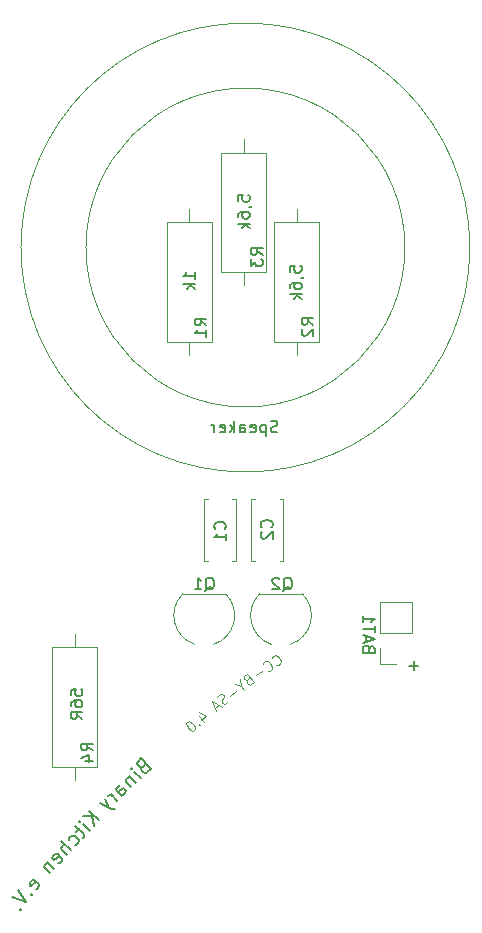
<source format=gbr>
%TF.GenerationSoftware,KiCad,Pcbnew,5.1.10*%
%TF.CreationDate,2021-10-21T14:21:38+02:00*%
%TF.ProjectId,ermerBeeperTHT,65726d65-7242-4656-9570-65725448542e,rev?*%
%TF.SameCoordinates,Original*%
%TF.FileFunction,Legend,Bot*%
%TF.FilePolarity,Positive*%
%FSLAX46Y46*%
G04 Gerber Fmt 4.6, Leading zero omitted, Abs format (unit mm)*
G04 Created by KiCad (PCBNEW 5.1.10) date 2021-10-21 14:21:38*
%MOMM*%
%LPD*%
G01*
G04 APERTURE LIST*
%ADD10C,0.100000*%
%ADD11C,0.150000*%
%ADD12C,0.120000*%
G04 APERTURE END LIST*
D10*
X75376486Y-58324319D02*
X75435046Y-58336766D01*
X75564613Y-58303101D01*
X75635621Y-58256988D01*
X75719076Y-58152315D01*
X75743970Y-58035195D01*
X75733361Y-57941131D01*
X75676639Y-57776060D01*
X75607470Y-57669549D01*
X75479741Y-57550590D01*
X75398124Y-57502639D01*
X75281004Y-57477744D01*
X75151437Y-57511410D01*
X75080429Y-57557523D01*
X74996974Y-57662195D01*
X74984527Y-57720756D01*
X74630908Y-58808503D02*
X74689468Y-58820950D01*
X74819035Y-58787285D01*
X74890043Y-58741172D01*
X74973497Y-58636499D01*
X74998392Y-58519379D01*
X74987783Y-58425315D01*
X74931061Y-58260244D01*
X74861892Y-58153733D01*
X74734163Y-58034774D01*
X74652546Y-57986823D01*
X74535426Y-57961929D01*
X74405859Y-57995594D01*
X74334851Y-58041707D01*
X74251396Y-58146380D01*
X74238949Y-58204940D01*
X74173036Y-58802988D02*
X73604976Y-59171890D01*
X72923981Y-59543523D02*
X72853905Y-59657586D01*
X72848687Y-59717227D01*
X72870681Y-59809297D01*
X72952315Y-59906584D01*
X73039167Y-59944231D01*
X73098807Y-59949449D01*
X73190877Y-59927456D01*
X73450311Y-59709765D01*
X72878872Y-59028752D01*
X72651868Y-59219231D01*
X72614221Y-59306083D01*
X72609003Y-59365723D01*
X72630996Y-59457793D01*
X72685419Y-59522652D01*
X72772271Y-59560299D01*
X72831912Y-59565517D01*
X72923981Y-59543523D01*
X73150986Y-59353044D01*
X72367467Y-60065757D02*
X72639580Y-60390049D01*
X72295147Y-59518556D02*
X72367467Y-60065757D01*
X71841138Y-59899515D01*
X71967881Y-60511574D02*
X71449013Y-60946955D01*
D11*
X55010457Y-77273597D02*
X55125848Y-77218720D01*
X55266571Y-77038603D01*
X55291903Y-76913364D01*
X55237025Y-76797973D01*
X54876791Y-76516528D01*
X54751552Y-76491196D01*
X54636162Y-76546074D01*
X54495439Y-76726190D01*
X54470107Y-76851429D01*
X54524985Y-76966820D01*
X54615043Y-77037181D01*
X55056908Y-76657251D01*
X54613622Y-77688708D02*
X54623470Y-77768918D01*
X54703680Y-77759070D01*
X54693832Y-77678860D01*
X54613622Y-77688708D01*
X54703680Y-77759070D01*
X53511803Y-77335480D02*
X54211151Y-78389478D01*
X53019273Y-77965889D01*
X53628563Y-78949526D02*
X53638412Y-79029736D01*
X53718622Y-79019887D01*
X53708773Y-78939677D01*
X53628563Y-78949526D01*
X53718622Y-79019887D01*
X64037833Y-66895373D02*
X63951430Y-67054078D01*
X63948609Y-67134841D01*
X63984760Y-67257396D01*
X64101674Y-67382771D01*
X64221409Y-67427383D01*
X64302172Y-67430203D01*
X64424726Y-67394052D01*
X64759059Y-67082281D01*
X63940661Y-66204657D01*
X63648120Y-66477456D01*
X63603508Y-66597191D01*
X63600688Y-66677954D01*
X63636839Y-66800508D01*
X63714781Y-66884091D01*
X63834516Y-66928703D01*
X63915279Y-66931524D01*
X64037833Y-66895373D01*
X64330375Y-66622573D01*
X63881435Y-67900679D02*
X63335836Y-67315596D01*
X63063037Y-67023055D02*
X63143800Y-67025875D01*
X63140980Y-67106638D01*
X63060217Y-67103818D01*
X63063037Y-67023055D01*
X63140980Y-67106638D01*
X62917920Y-67705310D02*
X63463519Y-68290393D01*
X62995862Y-67788893D02*
X62915100Y-67786073D01*
X62792545Y-67822224D01*
X62667170Y-67939138D01*
X62622558Y-68058872D01*
X62658709Y-68181427D01*
X63087394Y-68641135D01*
X62293353Y-69381590D02*
X61864668Y-68921882D01*
X61828517Y-68799327D01*
X61873129Y-68679593D01*
X62040295Y-68523708D01*
X62162850Y-68487557D01*
X62254381Y-69339798D02*
X62376936Y-69303647D01*
X62585894Y-69108791D01*
X62630506Y-68989056D01*
X62594355Y-68866502D01*
X62516412Y-68782919D01*
X62396678Y-68738307D01*
X62274123Y-68774458D01*
X62065165Y-68969314D01*
X61942611Y-69005465D01*
X61875436Y-69771303D02*
X61329837Y-69186220D01*
X61485723Y-69353387D02*
X61365989Y-69308775D01*
X61285226Y-69305955D01*
X61162671Y-69342106D01*
X61079088Y-69420049D01*
X60870129Y-69614905D02*
X61206770Y-70394845D01*
X60452213Y-70004619D02*
X61206770Y-70394845D01*
X61485210Y-70525860D01*
X61565973Y-70528681D01*
X61688527Y-70492530D01*
X87380952Y-58371428D02*
X86619047Y-58371428D01*
X87000000Y-58752380D02*
X87000000Y-57990476D01*
X60381986Y-71434374D02*
X59504362Y-70615976D01*
X59914330Y-71935874D02*
X59763573Y-71092093D01*
X59036706Y-71117476D02*
X60005862Y-71083632D01*
X59563588Y-72311999D02*
X58978506Y-71766400D01*
X58685964Y-71493601D02*
X58766727Y-71490781D01*
X58769547Y-71571544D01*
X58688784Y-71574364D01*
X58685964Y-71493601D01*
X58769547Y-71571544D01*
X58705706Y-72058942D02*
X58393935Y-72393275D01*
X58296251Y-71911517D02*
X59048500Y-72613001D01*
X59093112Y-72732736D01*
X59056961Y-72855290D01*
X58979018Y-72938873D01*
X58313685Y-73568568D02*
X58433420Y-73523956D01*
X58589305Y-73356790D01*
X58625456Y-73234235D01*
X58622636Y-73153472D01*
X58578024Y-73033738D01*
X58327274Y-72799910D01*
X58204719Y-72763759D01*
X58123956Y-72766579D01*
X58004222Y-72811191D01*
X57848337Y-72978358D01*
X57812186Y-73100912D01*
X58004735Y-73983664D02*
X57127111Y-73165266D01*
X57653993Y-74359789D02*
X57194285Y-73931105D01*
X57149673Y-73811370D01*
X57185824Y-73688816D01*
X57302738Y-73563441D01*
X57422472Y-73518829D01*
X57503235Y-73516008D01*
X56910717Y-75073067D02*
X57030452Y-75028455D01*
X57186337Y-74861289D01*
X57222488Y-74738734D01*
X57177876Y-74619000D01*
X56843543Y-74307229D01*
X56720988Y-74271078D01*
X56601254Y-74315690D01*
X56445369Y-74482857D01*
X56409218Y-74605411D01*
X56453830Y-74725146D01*
X56537413Y-74803088D01*
X57010710Y-74463115D01*
X55977713Y-74984356D02*
X56562796Y-75529955D01*
X56061296Y-75062299D02*
X55980533Y-75065119D01*
X55860799Y-75109731D01*
X55743885Y-75235106D01*
X55707734Y-75357661D01*
X55752346Y-75477395D01*
X56212054Y-75906080D01*
D10*
X71287898Y-61319503D02*
X71217822Y-61433567D01*
X71055676Y-61569623D01*
X70963606Y-61591617D01*
X70903966Y-61586399D01*
X70817114Y-61548752D01*
X70762691Y-61483893D01*
X70740697Y-61391824D01*
X70745915Y-61332183D01*
X70783562Y-61245331D01*
X70886068Y-61104057D01*
X70923715Y-61017205D01*
X70928933Y-60957564D01*
X70906939Y-60865494D01*
X70852517Y-60800636D01*
X70765665Y-60762989D01*
X70706024Y-60757771D01*
X70613955Y-60779764D01*
X70451808Y-60915821D01*
X70381732Y-61029884D01*
X70503257Y-61701584D02*
X70178965Y-61973698D01*
X70731384Y-61841737D02*
X69932941Y-61351203D01*
X70277375Y-62222696D01*
X68858681Y-62639450D02*
X69239640Y-63093459D01*
X68803136Y-62243959D02*
X69373453Y-62594341D01*
X68951873Y-62948088D01*
X68828496Y-63327925D02*
X68823278Y-63387565D01*
X68882918Y-63392783D01*
X68888136Y-63333143D01*
X68828496Y-63327925D01*
X68882918Y-63392783D01*
X67857471Y-63092729D02*
X67792613Y-63147151D01*
X67754966Y-63234003D01*
X67749748Y-63293644D01*
X67771741Y-63385713D01*
X67848157Y-63542642D01*
X67984214Y-63704788D01*
X68125489Y-63807293D01*
X68212341Y-63844940D01*
X68271981Y-63850158D01*
X68364051Y-63828165D01*
X68428909Y-63773742D01*
X68466557Y-63686890D01*
X68471774Y-63627250D01*
X68449781Y-63535180D01*
X68373365Y-63378252D01*
X68237308Y-63216106D01*
X68096033Y-63113600D01*
X68009182Y-63075953D01*
X67949541Y-63070735D01*
X67857471Y-63092729D01*
D12*
%TO.C,R4*%
X58300000Y-68000000D02*
X58300000Y-66890000D01*
X58300000Y-55640000D02*
X58300000Y-56750000D01*
X56380000Y-66890000D02*
X56380000Y-56750000D01*
X60220000Y-66890000D02*
X56380000Y-66890000D01*
X60220000Y-56750000D02*
X60220000Y-66890000D01*
X56380000Y-56750000D02*
X60220000Y-56750000D01*
%TO.C,R3*%
X72600000Y-13800000D02*
X72600000Y-14910000D01*
X72600000Y-26160000D02*
X72600000Y-25050000D01*
X74520000Y-14910000D02*
X74520000Y-25050000D01*
X70680000Y-14910000D02*
X74520000Y-14910000D01*
X70680000Y-25050000D02*
X70680000Y-14910000D01*
X74520000Y-25050000D02*
X70680000Y-25050000D01*
%TO.C,R2*%
X77100000Y-19700000D02*
X77100000Y-20810000D01*
X77100000Y-32060000D02*
X77100000Y-30950000D01*
X79020000Y-20810000D02*
X79020000Y-30950000D01*
X75180000Y-20810000D02*
X79020000Y-20810000D01*
X75180000Y-30950000D02*
X75180000Y-20810000D01*
X79020000Y-30950000D02*
X75180000Y-30950000D01*
%TO.C,R1*%
X68000000Y-19700000D02*
X68000000Y-20810000D01*
X68000000Y-32060000D02*
X68000000Y-30950000D01*
X69920000Y-20810000D02*
X69920000Y-30950000D01*
X66080000Y-20810000D02*
X69920000Y-20810000D01*
X66080000Y-30950000D02*
X66080000Y-20810000D01*
X69920000Y-30950000D02*
X66080000Y-30950000D01*
%TO.C,Q2*%
X73970000Y-52250000D02*
X77570000Y-52250000D01*
X77578445Y-52272316D02*
G75*
G02*
X76550000Y-56550000I-1808445J-1827684D01*
G01*
X73958547Y-52257844D02*
G75*
G03*
X74950000Y-56550000I1811453J-1842156D01*
G01*
%TO.C,Q1*%
X67470000Y-52250000D02*
X71070000Y-52250000D01*
X71078445Y-52272316D02*
G75*
G02*
X70050000Y-56550000I-1808445J-1827684D01*
G01*
X67458547Y-52257844D02*
G75*
G03*
X68450000Y-56550000I1811453J-1842156D01*
G01*
%TO.C,LS1*%
X91750000Y-22950000D02*
G75*
G03*
X91750000Y-22950000I-19000000J0D01*
G01*
X86250000Y-22950000D02*
G75*
G03*
X86250000Y-22950000I-13500000J0D01*
G01*
%TO.C,C2*%
X75655000Y-49520000D02*
X75970000Y-49520000D01*
X73230000Y-49520000D02*
X73545000Y-49520000D01*
X75655000Y-44280000D02*
X75970000Y-44280000D01*
X73230000Y-44280000D02*
X73545000Y-44280000D01*
X75970000Y-44280000D02*
X75970000Y-49520000D01*
X73230000Y-44280000D02*
X73230000Y-49520000D01*
%TO.C,C1*%
X71655000Y-49520000D02*
X71970000Y-49520000D01*
X69230000Y-49520000D02*
X69545000Y-49520000D01*
X71655000Y-44280000D02*
X71970000Y-44280000D01*
X69230000Y-44280000D02*
X69545000Y-44280000D01*
X71970000Y-44280000D02*
X71970000Y-49520000D01*
X69230000Y-44280000D02*
X69230000Y-49520000D01*
%TO.C,BAT1*%
X84170000Y-58180000D02*
X85500000Y-58180000D01*
X84170000Y-56850000D02*
X84170000Y-58180000D01*
X84170000Y-55580000D02*
X86830000Y-55580000D01*
X86830000Y-55580000D02*
X86830000Y-52980000D01*
X84170000Y-55580000D02*
X84170000Y-52980000D01*
X84170000Y-52980000D02*
X86830000Y-52980000D01*
%TO.C,R4*%
D11*
X59852380Y-65533333D02*
X59376190Y-65200000D01*
X59852380Y-64961904D02*
X58852380Y-64961904D01*
X58852380Y-65342857D01*
X58900000Y-65438095D01*
X58947619Y-65485714D01*
X59042857Y-65533333D01*
X59185714Y-65533333D01*
X59280952Y-65485714D01*
X59328571Y-65438095D01*
X59376190Y-65342857D01*
X59376190Y-64961904D01*
X59185714Y-66390476D02*
X59852380Y-66390476D01*
X58804761Y-66152380D02*
X59519047Y-65914285D01*
X59519047Y-66533333D01*
X57952380Y-60861904D02*
X57952380Y-60385714D01*
X58428571Y-60338095D01*
X58380952Y-60385714D01*
X58333333Y-60480952D01*
X58333333Y-60719047D01*
X58380952Y-60814285D01*
X58428571Y-60861904D01*
X58523809Y-60909523D01*
X58761904Y-60909523D01*
X58857142Y-60861904D01*
X58904761Y-60814285D01*
X58952380Y-60719047D01*
X58952380Y-60480952D01*
X58904761Y-60385714D01*
X58857142Y-60338095D01*
X57952380Y-61766666D02*
X57952380Y-61576190D01*
X58000000Y-61480952D01*
X58047619Y-61433333D01*
X58190476Y-61338095D01*
X58380952Y-61290476D01*
X58761904Y-61290476D01*
X58857142Y-61338095D01*
X58904761Y-61385714D01*
X58952380Y-61480952D01*
X58952380Y-61671428D01*
X58904761Y-61766666D01*
X58857142Y-61814285D01*
X58761904Y-61861904D01*
X58523809Y-61861904D01*
X58428571Y-61814285D01*
X58380952Y-61766666D01*
X58333333Y-61671428D01*
X58333333Y-61480952D01*
X58380952Y-61385714D01*
X58428571Y-61338095D01*
X58523809Y-61290476D01*
X58952380Y-62861904D02*
X58476190Y-62528571D01*
X58952380Y-62290476D02*
X57952380Y-62290476D01*
X57952380Y-62671428D01*
X58000000Y-62766666D01*
X58047619Y-62814285D01*
X58142857Y-62861904D01*
X58285714Y-62861904D01*
X58380952Y-62814285D01*
X58428571Y-62766666D01*
X58476190Y-62671428D01*
X58476190Y-62290476D01*
%TO.C,R3*%
X74202380Y-23583333D02*
X73726190Y-23250000D01*
X74202380Y-23011904D02*
X73202380Y-23011904D01*
X73202380Y-23392857D01*
X73250000Y-23488095D01*
X73297619Y-23535714D01*
X73392857Y-23583333D01*
X73535714Y-23583333D01*
X73630952Y-23535714D01*
X73678571Y-23488095D01*
X73726190Y-23392857D01*
X73726190Y-23011904D01*
X73202380Y-23916666D02*
X73202380Y-24535714D01*
X73583333Y-24202380D01*
X73583333Y-24345238D01*
X73630952Y-24440476D01*
X73678571Y-24488095D01*
X73773809Y-24535714D01*
X74011904Y-24535714D01*
X74107142Y-24488095D01*
X74154761Y-24440476D01*
X74202380Y-24345238D01*
X74202380Y-24059523D01*
X74154761Y-23964285D01*
X74107142Y-23916666D01*
X72102380Y-19019047D02*
X72102380Y-18542857D01*
X72578571Y-18495238D01*
X72530952Y-18542857D01*
X72483333Y-18638095D01*
X72483333Y-18876190D01*
X72530952Y-18971428D01*
X72578571Y-19019047D01*
X72673809Y-19066666D01*
X72911904Y-19066666D01*
X73007142Y-19019047D01*
X73054761Y-18971428D01*
X73102380Y-18876190D01*
X73102380Y-18638095D01*
X73054761Y-18542857D01*
X73007142Y-18495238D01*
X73054761Y-19542857D02*
X73102380Y-19542857D01*
X73197619Y-19495238D01*
X73245238Y-19447619D01*
X72102380Y-20400000D02*
X72102380Y-20209523D01*
X72150000Y-20114285D01*
X72197619Y-20066666D01*
X72340476Y-19971428D01*
X72530952Y-19923809D01*
X72911904Y-19923809D01*
X73007142Y-19971428D01*
X73054761Y-20019047D01*
X73102380Y-20114285D01*
X73102380Y-20304761D01*
X73054761Y-20400000D01*
X73007142Y-20447619D01*
X72911904Y-20495238D01*
X72673809Y-20495238D01*
X72578571Y-20447619D01*
X72530952Y-20400000D01*
X72483333Y-20304761D01*
X72483333Y-20114285D01*
X72530952Y-20019047D01*
X72578571Y-19971428D01*
X72673809Y-19923809D01*
X73102380Y-20923809D02*
X72102380Y-20923809D01*
X72721428Y-21019047D02*
X73102380Y-21304761D01*
X72435714Y-21304761D02*
X72816666Y-20923809D01*
%TO.C,R2*%
X78502380Y-29483333D02*
X78026190Y-29150000D01*
X78502380Y-28911904D02*
X77502380Y-28911904D01*
X77502380Y-29292857D01*
X77550000Y-29388095D01*
X77597619Y-29435714D01*
X77692857Y-29483333D01*
X77835714Y-29483333D01*
X77930952Y-29435714D01*
X77978571Y-29388095D01*
X78026190Y-29292857D01*
X78026190Y-28911904D01*
X77597619Y-29864285D02*
X77550000Y-29911904D01*
X77502380Y-30007142D01*
X77502380Y-30245238D01*
X77550000Y-30340476D01*
X77597619Y-30388095D01*
X77692857Y-30435714D01*
X77788095Y-30435714D01*
X77930952Y-30388095D01*
X78502380Y-29816666D01*
X78502380Y-30435714D01*
X76502380Y-25019047D02*
X76502380Y-24542857D01*
X76978571Y-24495238D01*
X76930952Y-24542857D01*
X76883333Y-24638095D01*
X76883333Y-24876190D01*
X76930952Y-24971428D01*
X76978571Y-25019047D01*
X77073809Y-25066666D01*
X77311904Y-25066666D01*
X77407142Y-25019047D01*
X77454761Y-24971428D01*
X77502380Y-24876190D01*
X77502380Y-24638095D01*
X77454761Y-24542857D01*
X77407142Y-24495238D01*
X77454761Y-25542857D02*
X77502380Y-25542857D01*
X77597619Y-25495238D01*
X77645238Y-25447619D01*
X76502380Y-26400000D02*
X76502380Y-26209523D01*
X76550000Y-26114285D01*
X76597619Y-26066666D01*
X76740476Y-25971428D01*
X76930952Y-25923809D01*
X77311904Y-25923809D01*
X77407142Y-25971428D01*
X77454761Y-26019047D01*
X77502380Y-26114285D01*
X77502380Y-26304761D01*
X77454761Y-26400000D01*
X77407142Y-26447619D01*
X77311904Y-26495238D01*
X77073809Y-26495238D01*
X76978571Y-26447619D01*
X76930952Y-26400000D01*
X76883333Y-26304761D01*
X76883333Y-26114285D01*
X76930952Y-26019047D01*
X76978571Y-25971428D01*
X77073809Y-25923809D01*
X77502380Y-26923809D02*
X76502380Y-26923809D01*
X77121428Y-27019047D02*
X77502380Y-27304761D01*
X76835714Y-27304761D02*
X77216666Y-26923809D01*
%TO.C,R1*%
X69452380Y-29533333D02*
X68976190Y-29200000D01*
X69452380Y-28961904D02*
X68452380Y-28961904D01*
X68452380Y-29342857D01*
X68500000Y-29438095D01*
X68547619Y-29485714D01*
X68642857Y-29533333D01*
X68785714Y-29533333D01*
X68880952Y-29485714D01*
X68928571Y-29438095D01*
X68976190Y-29342857D01*
X68976190Y-28961904D01*
X69452380Y-30485714D02*
X69452380Y-29914285D01*
X69452380Y-30200000D02*
X68452380Y-30200000D01*
X68595238Y-30104761D01*
X68690476Y-30009523D01*
X68738095Y-29914285D01*
X68452380Y-25630952D02*
X68452380Y-25059523D01*
X68452380Y-25345238D02*
X67452380Y-25345238D01*
X67595238Y-25250000D01*
X67690476Y-25154761D01*
X67738095Y-25059523D01*
X68452380Y-26059523D02*
X67452380Y-26059523D01*
X68071428Y-26154761D02*
X68452380Y-26440476D01*
X67785714Y-26440476D02*
X68166666Y-26059523D01*
%TO.C,Q2*%
X75945238Y-51997619D02*
X76040476Y-51950000D01*
X76135714Y-51854761D01*
X76278571Y-51711904D01*
X76373809Y-51664285D01*
X76469047Y-51664285D01*
X76421428Y-51902380D02*
X76516666Y-51854761D01*
X76611904Y-51759523D01*
X76659523Y-51569047D01*
X76659523Y-51235714D01*
X76611904Y-51045238D01*
X76516666Y-50950000D01*
X76421428Y-50902380D01*
X76230952Y-50902380D01*
X76135714Y-50950000D01*
X76040476Y-51045238D01*
X75992857Y-51235714D01*
X75992857Y-51569047D01*
X76040476Y-51759523D01*
X76135714Y-51854761D01*
X76230952Y-51902380D01*
X76421428Y-51902380D01*
X75611904Y-50997619D02*
X75564285Y-50950000D01*
X75469047Y-50902380D01*
X75230952Y-50902380D01*
X75135714Y-50950000D01*
X75088095Y-50997619D01*
X75040476Y-51092857D01*
X75040476Y-51188095D01*
X75088095Y-51330952D01*
X75659523Y-51902380D01*
X75040476Y-51902380D01*
%TO.C,Q1*%
X69345238Y-51997619D02*
X69440476Y-51950000D01*
X69535714Y-51854761D01*
X69678571Y-51711904D01*
X69773809Y-51664285D01*
X69869047Y-51664285D01*
X69821428Y-51902380D02*
X69916666Y-51854761D01*
X70011904Y-51759523D01*
X70059523Y-51569047D01*
X70059523Y-51235714D01*
X70011904Y-51045238D01*
X69916666Y-50950000D01*
X69821428Y-50902380D01*
X69630952Y-50902380D01*
X69535714Y-50950000D01*
X69440476Y-51045238D01*
X69392857Y-51235714D01*
X69392857Y-51569047D01*
X69440476Y-51759523D01*
X69535714Y-51854761D01*
X69630952Y-51902380D01*
X69821428Y-51902380D01*
X68440476Y-51902380D02*
X69011904Y-51902380D01*
X68726190Y-51902380D02*
X68726190Y-50902380D01*
X68821428Y-51045238D01*
X68916666Y-51140476D01*
X69011904Y-51188095D01*
%TO.C,LS1*%
X75461904Y-38554761D02*
X75319047Y-38602380D01*
X75080952Y-38602380D01*
X74985714Y-38554761D01*
X74938095Y-38507142D01*
X74890476Y-38411904D01*
X74890476Y-38316666D01*
X74938095Y-38221428D01*
X74985714Y-38173809D01*
X75080952Y-38126190D01*
X75271428Y-38078571D01*
X75366666Y-38030952D01*
X75414285Y-37983333D01*
X75461904Y-37888095D01*
X75461904Y-37792857D01*
X75414285Y-37697619D01*
X75366666Y-37650000D01*
X75271428Y-37602380D01*
X75033333Y-37602380D01*
X74890476Y-37650000D01*
X74461904Y-37935714D02*
X74461904Y-38935714D01*
X74461904Y-37983333D02*
X74366666Y-37935714D01*
X74176190Y-37935714D01*
X74080952Y-37983333D01*
X74033333Y-38030952D01*
X73985714Y-38126190D01*
X73985714Y-38411904D01*
X74033333Y-38507142D01*
X74080952Y-38554761D01*
X74176190Y-38602380D01*
X74366666Y-38602380D01*
X74461904Y-38554761D01*
X73176190Y-38554761D02*
X73271428Y-38602380D01*
X73461904Y-38602380D01*
X73557142Y-38554761D01*
X73604761Y-38459523D01*
X73604761Y-38078571D01*
X73557142Y-37983333D01*
X73461904Y-37935714D01*
X73271428Y-37935714D01*
X73176190Y-37983333D01*
X73128571Y-38078571D01*
X73128571Y-38173809D01*
X73604761Y-38269047D01*
X72271428Y-38602380D02*
X72271428Y-38078571D01*
X72319047Y-37983333D01*
X72414285Y-37935714D01*
X72604761Y-37935714D01*
X72700000Y-37983333D01*
X72271428Y-38554761D02*
X72366666Y-38602380D01*
X72604761Y-38602380D01*
X72700000Y-38554761D01*
X72747619Y-38459523D01*
X72747619Y-38364285D01*
X72700000Y-38269047D01*
X72604761Y-38221428D01*
X72366666Y-38221428D01*
X72271428Y-38173809D01*
X71795238Y-38602380D02*
X71795238Y-37602380D01*
X71700000Y-38221428D02*
X71414285Y-38602380D01*
X71414285Y-37935714D02*
X71795238Y-38316666D01*
X70604761Y-38554761D02*
X70700000Y-38602380D01*
X70890476Y-38602380D01*
X70985714Y-38554761D01*
X71033333Y-38459523D01*
X71033333Y-38078571D01*
X70985714Y-37983333D01*
X70890476Y-37935714D01*
X70700000Y-37935714D01*
X70604761Y-37983333D01*
X70557142Y-38078571D01*
X70557142Y-38173809D01*
X71033333Y-38269047D01*
X70128571Y-38602380D02*
X70128571Y-37935714D01*
X70128571Y-38126190D02*
X70080952Y-38030952D01*
X70033333Y-37983333D01*
X69938095Y-37935714D01*
X69842857Y-37935714D01*
%TO.C,C2*%
X74957142Y-46633333D02*
X75004761Y-46585714D01*
X75052380Y-46442857D01*
X75052380Y-46347619D01*
X75004761Y-46204761D01*
X74909523Y-46109523D01*
X74814285Y-46061904D01*
X74623809Y-46014285D01*
X74480952Y-46014285D01*
X74290476Y-46061904D01*
X74195238Y-46109523D01*
X74100000Y-46204761D01*
X74052380Y-46347619D01*
X74052380Y-46442857D01*
X74100000Y-46585714D01*
X74147619Y-46633333D01*
X74147619Y-47014285D02*
X74100000Y-47061904D01*
X74052380Y-47157142D01*
X74052380Y-47395238D01*
X74100000Y-47490476D01*
X74147619Y-47538095D01*
X74242857Y-47585714D01*
X74338095Y-47585714D01*
X74480952Y-47538095D01*
X75052380Y-46966666D01*
X75052380Y-47585714D01*
%TO.C,C1*%
X71007142Y-46783333D02*
X71054761Y-46735714D01*
X71102380Y-46592857D01*
X71102380Y-46497619D01*
X71054761Y-46354761D01*
X70959523Y-46259523D01*
X70864285Y-46211904D01*
X70673809Y-46164285D01*
X70530952Y-46164285D01*
X70340476Y-46211904D01*
X70245238Y-46259523D01*
X70150000Y-46354761D01*
X70102380Y-46497619D01*
X70102380Y-46592857D01*
X70150000Y-46735714D01*
X70197619Y-46783333D01*
X71102380Y-47735714D02*
X71102380Y-47164285D01*
X71102380Y-47450000D02*
X70102380Y-47450000D01*
X70245238Y-47354761D01*
X70340476Y-47259523D01*
X70388095Y-47164285D01*
%TO.C,BAT1*%
X83221428Y-56914285D02*
X83173809Y-56771428D01*
X83126190Y-56723809D01*
X83030952Y-56676190D01*
X82888095Y-56676190D01*
X82792857Y-56723809D01*
X82745238Y-56771428D01*
X82697619Y-56866666D01*
X82697619Y-57247619D01*
X83697619Y-57247619D01*
X83697619Y-56914285D01*
X83650000Y-56819047D01*
X83602380Y-56771428D01*
X83507142Y-56723809D01*
X83411904Y-56723809D01*
X83316666Y-56771428D01*
X83269047Y-56819047D01*
X83221428Y-56914285D01*
X83221428Y-57247619D01*
X82983333Y-56295238D02*
X82983333Y-55819047D01*
X82697619Y-56390476D02*
X83697619Y-56057142D01*
X82697619Y-55723809D01*
X83697619Y-55533333D02*
X83697619Y-54961904D01*
X82697619Y-55247619D02*
X83697619Y-55247619D01*
X82697619Y-54104761D02*
X82697619Y-54676190D01*
X82697619Y-54390476D02*
X83697619Y-54390476D01*
X83554761Y-54485714D01*
X83459523Y-54580952D01*
X83411904Y-54676190D01*
%TD*%
M02*

</source>
